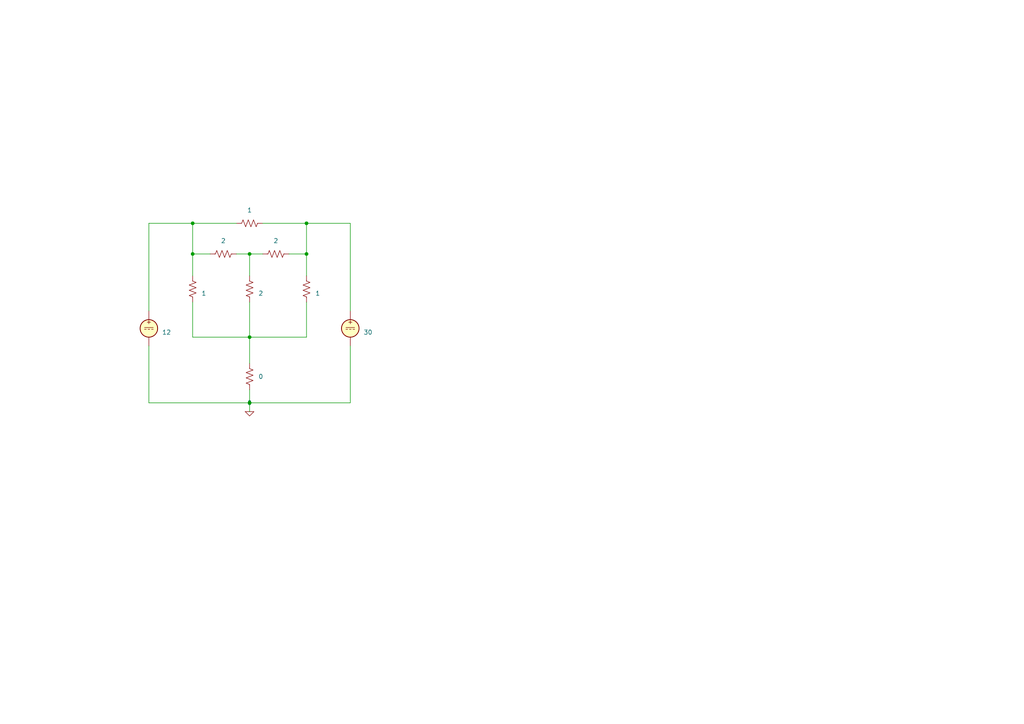
<source format=kicad_sch>
(kicad_sch (version 20250114) (generator "eeschema") (generator_version "9.0")
  (paper "A4")
  (lib_symbols
    (symbol "Device:R_US" (pin_numbers (hide yes)) (pin_names (offset 0))
      (property "Reference" "R" (at 2.54 0 90))
      (property "Value" "R_US" (at -2.54 0 90))
      (symbol "R_US_0_1"
        (polyline (pts (xy 0 2.286) (xy 0 2.54)))
        (polyline (pts (xy 0 2.286) (xy 1.016 1.905) (xy 0 1.524) (xy -1.016 1.143) (xy 0 0.762)))
        (polyline (pts (xy 0 0.762) (xy 1.016 0.381) (xy 0 0) (xy -1.016 -0.381) (xy 0 -0.762)))
        (polyline (pts (xy 0 -0.762) (xy 1.016 -1.143) (xy 0 -1.524) (xy -1.016 -1.905) (xy 0 -2.286)))
        (polyline (pts (xy 0 -2.286) (xy 0 -2.54)))
      )
      (symbol "R_US_1_1"
        (pin passive line (at 0 3.81 270) (length 1.27) (name "~") (number "1"))
        (pin passive line (at 0 -3.81 90) (length 1.27) (name "~") (number "2"))
      )
    )
    (symbol "Simulation_SPICE:0" (power) (pin_numbers (hide yes)) (pin_names (offset 0) (hide yes))
      (property "Value" "0" (at 0 -2.54 0))
      (symbol "0_0_1"
        (polyline (pts (xy -1.27 0) (xy 0 -1.27) (xy 1.27 0) (xy -1.27 0)))
      )
      (symbol "0_1_1"
        (pin power_in line (at 0 0 0) (length 0) (name "~") (number "1"))
      )
    )
    (symbol "Simulation_SPICE:VDC" (pin_numbers (hide yes)) (pin_names (offset 0.0254))
      (property "Reference" "V" (at 2.54 2.54 0))
      (property "Value" "1" (at 2.54 0 0))
      (symbol "VDC_0_0"
        (polyline (pts (xy -1.27 0.254) (xy 1.27 0.254)))
        (polyline (pts (xy -0.762 -0.254) (xy -1.27 -0.254)))
        (polyline (pts (xy 0.254 -0.254) (xy -0.254 -0.254)))
        (polyline (pts (xy 1.27 -0.254) (xy 0.762 -0.254)))
        (text "+" (at 0 1.905 0) (effects (font (size 1.27 1.27))))
      )
      (symbol "VDC_0_1"
        (circle (center 0 0) (radius 2.54) (stroke (width 0.254)) (fill (type background)))
      )
      (symbol "VDC_1_1"
        (pin passive line (at 0 5.08 270) (length 2.54) (name "~") (number "1"))
        (pin passive line (at 0 -5.08 90) (length 2.54) (name "~") (number "2"))
      )
    )
  )
  (junction (at 72.39 73.66))
  (junction (at 55.88 73.66))
  (junction (at 88.9 73.66))
  (junction (at 72.39 97.79))
  (junction (at 55.88 64.77))
  (junction (at 88.9 64.77))
  (junction (at 72.39 116.84))
  (wire (pts (xy 55.88 97.79) (xy 72.39 97.79)))
  (wire (pts (xy 101.6 116.84) (xy 72.39 116.84)))
  (wire (pts (xy 55.88 64.77) (xy 43.18 64.77)))
  (wire (pts (xy 60.96 73.66) (xy 55.88 73.66)))
  (wire (pts (xy 43.18 116.84) (xy 72.39 116.84)))
  (wire (pts (xy 43.18 64.77) (xy 43.18 90.17)))
  (wire (pts (xy 72.39 113.03) (xy 72.39 116.84)))
  (wire (pts (xy 72.39 87.63) (xy 72.39 97.79)))
  (wire (pts (xy 101.6 90.17) (xy 101.6 64.77)))
  (wire (pts (xy 88.9 87.63) (xy 88.9 97.79)))
  (wire (pts (xy 88.9 64.77) (xy 76.2 64.77)))
  (wire (pts (xy 72.39 97.79) (xy 72.39 105.41)))
  (wire (pts (xy 88.9 97.79) (xy 72.39 97.79)))
  (wire (pts (xy 88.9 73.66) (xy 88.9 64.77)))
  (wire (pts (xy 68.58 64.77) (xy 55.88 64.77)))
  (wire (pts (xy 55.88 87.63) (xy 55.88 97.79)))
  (wire (pts (xy 43.18 100.33) (xy 43.18 116.84)))
  (wire (pts (xy 83.82 73.66) (xy 88.9 73.66)))
  (wire (pts (xy 72.39 73.66) (xy 72.39 80.01)))
  (wire (pts (xy 72.39 73.66) (xy 76.2 73.66)))
  (wire (pts (xy 55.88 73.66) (xy 55.88 80.01)))
  (wire (pts (xy 72.39 116.84) (xy 72.39 119.38)))
  (wire (pts (xy 88.9 73.66) (xy 88.9 80.01)))
  (wire (pts (xy 68.58 73.66) (xy 72.39 73.66)))
  (wire (pts (xy 101.6 100.33) (xy 101.6 116.84)))
  (wire (pts (xy 55.88 73.66) (xy 55.88 64.77)))
  (wire (pts (xy 88.9 64.77) (xy 101.6 64.77)))
  (symbol (lib_id "Device:R_US") (at 72.39 109.22 180) (unit 1)
    (property "Reference" "R39" (effects (hide yes)))
    (property "Value" "0" (at 74.93 109.2199 0) (effects (justify right)))
    (property "Description" "Resistor, US symbol" (effects (hide yes)))
  )
  (symbol (lib_id "Simulation_SPICE:VDC") (at 101.6 95.25 0) (unit 1)
    (property "Reference" "V16" (effects (hide yes)))
    (property "Value" "30" (at 105.41 96.3901 0) (effects (justify left)))
    (property "Datasheet" "https://ngspice.sourceforge.io/docs/ngspice-html-manual/manual.xhtml#sec_Independent_Sources_for" (effects (hide yes)))
    (property "Description" "Voltage source, DC" (effects (hide yes)))
    (property "Sim.Pins" "1=+ 2=-" (effects (hide yes)))
    (property "Sim.Type" "DC" (effects (hide yes)))
    (property "Sim.Device" "V" (effects (hide yes)))
  )
  (symbol (lib_id "Device:R_US") (at 80.01 73.66 270) (unit 1)
    (property "Reference" "R44" (effects (hide yes)))
    (property "Value" "2" (at 80.01 69.85 90))
    (property "Description" "Resistor, US symbol" (effects (hide yes)))
  )
  (symbol (lib_id "Device:R_US") (at 88.9 83.82 180) (unit 1)
    (property "Reference" "R42" (effects (hide yes)))
    (property "Value" "1" (at 91.44 85.0899 0) (effects (justify right)))
    (property "Description" "Resistor, US symbol" (effects (hide yes)))
  )
  (symbol (lib_id "Simulation_SPICE:0") (at 72.39 119.38 0) (unit 1)
    (property "Reference" "#GND013" (effects (hide yes)))
    (property "Value" "0" (at 72.39 116.84 0))
    (property "Datasheet" "https://ngspice.sourceforge.io/docs/ngspice-html-manual/manual.xhtml#subsec_Circuit_elements__device" (effects (hide yes)))
    (property "Description" "0V reference potential for simulation" (effects (hide yes)))
  )
  (symbol (lib_id "Device:R_US") (at 55.88 83.82 180) (unit 1)
    (property "Reference" "R41" (effects (hide yes)))
    (property "Value" "1" (at 58.42 85.0899 0) (effects (justify right)))
    (property "Description" "Resistor, US symbol" (effects (hide yes)))
  )
  (symbol (lib_id "Device:R_US") (at 64.77 73.66 270) (unit 1)
    (property "Reference" "R43" (effects (hide yes)))
    (property "Value" "2" (at 64.77 69.85 90))
    (property "Description" "Resistor, US symbol" (effects (hide yes)))
  )
  (symbol (lib_id "Device:R_US") (at 72.39 64.77 90) (unit 1)
    (property "Reference" "R40" (effects (hide yes)))
    (property "Value" "1" (at 72.39 60.96 90))
    (property "Description" "Resistor, US symbol" (effects (hide yes)))
  )
  (symbol (lib_id "Simulation_SPICE:VDC") (at 43.18 95.25 0) (unit 1)
    (property "Reference" "V15" (effects (hide yes)))
    (property "Value" "12" (at 46.99 96.3901 0) (effects (justify left)))
    (property "Datasheet" "https://ngspice.sourceforge.io/docs/ngspice-html-manual/manual.xhtml#sec_Independent_Sources_for" (effects (hide yes)))
    (property "Description" "Voltage source, DC" (effects (hide yes)))
    (property "Sim.Pins" "1=+ 2=-" (effects (hide yes)))
    (property "Sim.Type" "DC" (effects (hide yes)))
    (property "Sim.Device" "V" (effects (hide yes)))
  )
  (symbol (lib_id "Device:R_US") (at 72.39 83.82 180) (unit 1)
    (property "Reference" "R45" (effects (hide yes)))
    (property "Value" "2" (at 74.93 85.0899 0) (effects (justify right)))
    (property "Description" "Resistor, US symbol" (effects (hide yes)))
  )
)
</source>
